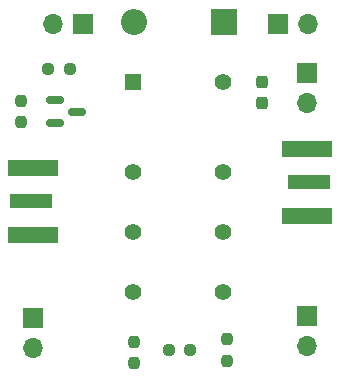
<source format=gbr>
%TF.GenerationSoftware,KiCad,Pcbnew,(6.0.10)*%
%TF.CreationDate,2023-01-04T10:17:45-08:00*%
%TF.ProjectId,attenuator,61747465-6e75-4617-946f-722e6b696361,rev?*%
%TF.SameCoordinates,PX3f52f00PY6dac2c0*%
%TF.FileFunction,Soldermask,Top*%
%TF.FilePolarity,Negative*%
%FSLAX46Y46*%
G04 Gerber Fmt 4.6, Leading zero omitted, Abs format (unit mm)*
G04 Created by KiCad (PCBNEW (6.0.10)) date 2023-01-04 10:17:45*
%MOMM*%
%LPD*%
G01*
G04 APERTURE LIST*
G04 Aperture macros list*
%AMRoundRect*
0 Rectangle with rounded corners*
0 $1 Rounding radius*
0 $2 $3 $4 $5 $6 $7 $8 $9 X,Y pos of 4 corners*
0 Add a 4 corners polygon primitive as box body*
4,1,4,$2,$3,$4,$5,$6,$7,$8,$9,$2,$3,0*
0 Add four circle primitives for the rounded corners*
1,1,$1+$1,$2,$3*
1,1,$1+$1,$4,$5*
1,1,$1+$1,$6,$7*
1,1,$1+$1,$8,$9*
0 Add four rect primitives between the rounded corners*
20,1,$1+$1,$2,$3,$4,$5,0*
20,1,$1+$1,$4,$5,$6,$7,0*
20,1,$1+$1,$6,$7,$8,$9,0*
20,1,$1+$1,$8,$9,$2,$3,0*%
G04 Aperture macros list end*
%ADD10R,1.700000X1.700000*%
%ADD11O,1.700000X1.700000*%
%ADD12RoundRect,0.237500X-0.237500X0.250000X-0.237500X-0.250000X0.237500X-0.250000X0.237500X0.250000X0*%
%ADD13RoundRect,0.237500X0.250000X0.237500X-0.250000X0.237500X-0.250000X-0.237500X0.250000X-0.237500X0*%
%ADD14RoundRect,0.150000X-0.587500X-0.150000X0.587500X-0.150000X0.587500X0.150000X-0.587500X0.150000X0*%
%ADD15R,1.400000X1.400000*%
%ADD16C,1.400000*%
%ADD17R,3.600000X1.270000*%
%ADD18R,4.200000X1.350000*%
%ADD19R,2.200000X2.200000*%
%ADD20O,2.200000X2.200000*%
%ADD21RoundRect,0.237500X-0.237500X0.300000X-0.237500X-0.300000X0.237500X-0.300000X0.237500X0.300000X0*%
G04 APERTURE END LIST*
D10*
%TO.C,J7*%
X25800000Y26275000D03*
D11*
X25800000Y23735000D03*
%TD*%
D10*
%TO.C,J6*%
X2600000Y5475000D03*
D11*
X2600000Y2935000D03*
%TD*%
D10*
%TO.C,J5*%
X25800000Y5675000D03*
D11*
X25800000Y3135000D03*
%TD*%
D10*
%TO.C,J2*%
X6875000Y30400000D03*
D11*
X4335000Y30400000D03*
%TD*%
%TO.C,J1*%
X25865000Y30400000D03*
D10*
X23325000Y30400000D03*
%TD*%
D12*
%TO.C,R5*%
X11200000Y3512500D03*
X11200000Y1687500D03*
%TD*%
D13*
%TO.C,R4*%
X14087500Y2800000D03*
X15912500Y2800000D03*
%TD*%
D12*
%TO.C,R3*%
X19000000Y3712500D03*
X19000000Y1887500D03*
%TD*%
%TO.C,R2*%
X1600000Y23912500D03*
X1600000Y22087500D03*
%TD*%
D13*
%TO.C,R1*%
X5712500Y26600000D03*
X3887500Y26600000D03*
%TD*%
D14*
%TO.C,Q1*%
X4462500Y23950000D03*
X4462500Y22050000D03*
X6337500Y23000000D03*
%TD*%
D15*
%TO.C,K1*%
X11037500Y25457500D03*
D16*
X11037500Y17837500D03*
X11037500Y12757500D03*
X11037500Y7677500D03*
X18657500Y7677500D03*
X18657500Y12757500D03*
X18657500Y17837500D03*
X18657500Y25457500D03*
%TD*%
D17*
%TO.C,J4*%
X2400000Y15400000D03*
D18*
X2600000Y12575000D03*
X2600000Y18225000D03*
%TD*%
D17*
%TO.C,J3*%
X26000000Y17000000D03*
D18*
X25800000Y19825000D03*
X25800000Y14175000D03*
%TD*%
D19*
%TO.C,D1*%
X18820000Y30600000D03*
D20*
X11200000Y30600000D03*
%TD*%
D21*
%TO.C,C1*%
X22000000Y25462500D03*
X22000000Y23737500D03*
%TD*%
M02*

</source>
